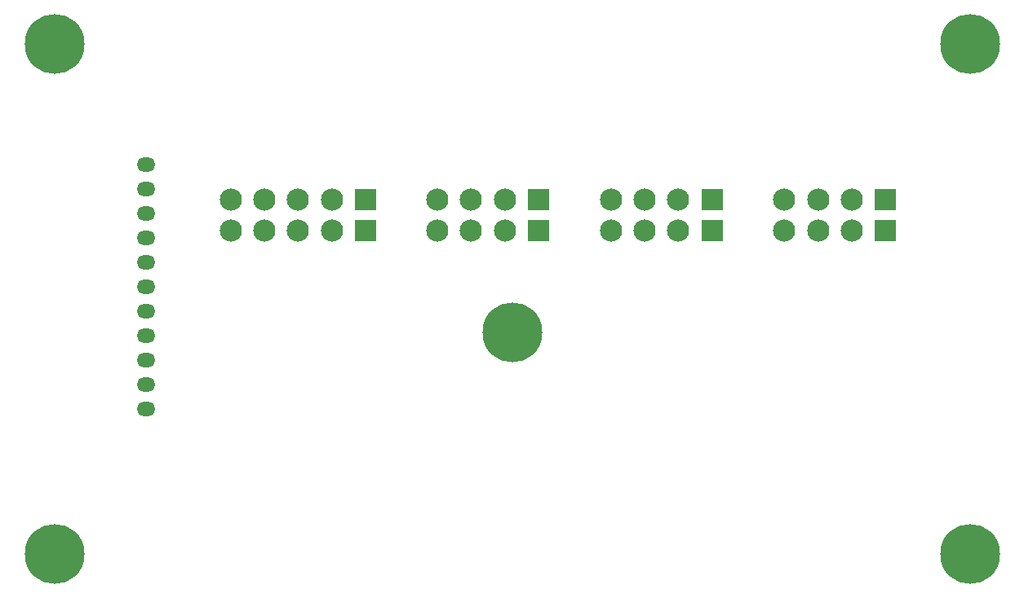
<source format=gbs>
G04*
G04 #@! TF.GenerationSoftware,Altium Limited,CircuitStudio,1.5.2 (30)*
G04*
G04 Layer_Color=8150272*
%FSLAX25Y25*%
%MOIN*%
G70*
G01*
G75*
%ADD19C,0.24422*%
%ADD20C,0.09068*%
%ADD21R,0.09068X0.09068*%
%ADD22O,0.07600X0.05800*%
D19*
X1594256Y1234842D02*
D03*
X1407248Y1352953D02*
D03*
Y1144291D02*
D03*
X1781264Y1352953D02*
D03*
Y1144291D02*
D03*
D20*
X1563744Y1276575D02*
D03*
X1577524D02*
D03*
X1591303D02*
D03*
X1634610D02*
D03*
X1648390D02*
D03*
X1662169D02*
D03*
X1705476D02*
D03*
X1719256D02*
D03*
X1733035D02*
D03*
X1506854D02*
D03*
X1520634D02*
D03*
X1493075D02*
D03*
X1479295D02*
D03*
X1479295Y1289173D02*
D03*
X1493075D02*
D03*
X1520634D02*
D03*
X1506854D02*
D03*
X1591303D02*
D03*
X1577524D02*
D03*
X1563744D02*
D03*
X1662169D02*
D03*
X1648390D02*
D03*
X1634610D02*
D03*
X1733035D02*
D03*
X1719256D02*
D03*
X1705476D02*
D03*
D21*
X1605083Y1276575D02*
D03*
X1675949D02*
D03*
X1746815D02*
D03*
X1534413D02*
D03*
X1534413Y1289173D02*
D03*
X1605083D02*
D03*
X1675949D02*
D03*
X1746815D02*
D03*
D22*
X1444650Y1203740D02*
D03*
Y1213740D02*
D03*
Y1223740D02*
D03*
Y1233740D02*
D03*
Y1253740D02*
D03*
Y1243740D02*
D03*
Y1293740D02*
D03*
Y1303740D02*
D03*
Y1283740D02*
D03*
Y1273740D02*
D03*
Y1263740D02*
D03*
M02*

</source>
